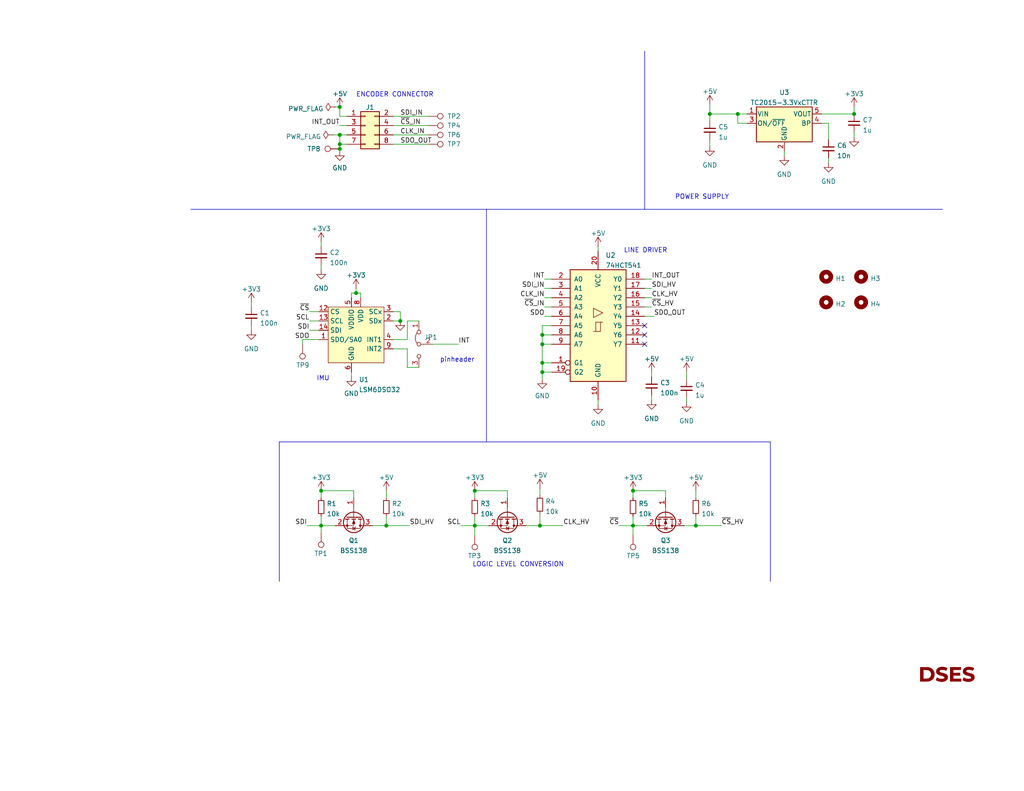
<source format=kicad_sch>
(kicad_sch (version 20230121) (generator eeschema)
  (paper "USLetter")
  (title_block (title "IMU Elevation Position Sensor") (date "2022-01-22") (rev "1") (company "Deep Space Exploration Society") (comment 1 "Designed by Hans Gaensbauer"))
  (lib_symbols
    (symbol "74xx:74HCT541" (pin_names (offset 1.016))
      (property "Reference" "U" (at -7.62 16.51 0))
      (property "Value" "74HCT541" (at -7.62 -16.51 0))
      (symbol "74HCT541_1_0"
        (polyline (pts (xy -0.635 -1.6002) (xy -0.635 0.9398) (xy 0.635 0.9398)))
        (polyline (pts (xy -1.27 -1.6002) (xy 0.635 -1.6002) (xy 0.635 0.9398) (xy 1.27 0.9398)))
        (polyline (pts (xy 1.27 3.4798) (xy -1.27 4.7498) (xy -1.27 2.2098) (xy 1.27 3.4798)) (stroke (width 0.1524)))
        (pin input inverted (at -12.7 -10.16 0) (length 5.08) (name "G1") (number "1"))
        (pin power_in line (at 0 -20.32 90) (length 5.08) (name "GND") (number "10"))
        (pin tri_state line (at 12.7 -5.08 180) (length 5.08) (name "Y7") (number "11"))
        (pin tri_state line (at 12.7 -2.54 180) (length 5.08) (name "Y6") (number "12"))
        (pin tri_state line (at 12.7 0 180) (length 5.08) (name "Y5") (number "13"))
        (pin tri_state line (at 12.7 2.54 180) (length 5.08) (name "Y4") (number "14"))
        (pin tri_state line (at 12.7 5.08 180) (length 5.08) (name "Y3") (number "15"))
        (pin tri_state line (at 12.7 7.62 180) (length 5.08) (name "Y2") (number "16"))
        (pin tri_state line (at 12.7 10.16 180) (length 5.08) (name "Y1") (number "17"))
        (pin tri_state line (at 12.7 12.7 180) (length 5.08) (name "Y0") (number "18"))
        (pin input inverted (at -12.7 -12.7 0) (length 5.08) (name "G2") (number "19"))
        (pin input line (at -12.7 12.7 0) (length 5.08) (name "A0") (number "2"))
        (pin power_in line (at 0 20.32 270) (length 5.08) (name "VCC") (number "20"))
        (pin input line (at -12.7 10.16 0) (length 5.08) (name "A1") (number "3"))
        (pin input line (at -12.7 7.62 0) (length 5.08) (name "A2") (number "4"))
        (pin input line (at -12.7 5.08 0) (length 5.08) (name "A3") (number "5"))
        (pin input line (at -12.7 2.54 0) (length 5.08) (name "A4") (number "6"))
        (pin input line (at -12.7 0 0) (length 5.08) (name "A5") (number "7"))
        (pin input line (at -12.7 -2.54 0) (length 5.08) (name "A6") (number "8"))
        (pin input line (at -12.7 -5.08 0) (length 5.08) (name "A7") (number "9"))
      )
      (symbol "74HCT541_1_1"
        (rectangle (start -7.62 15.24) (end 7.62 -15.24) (stroke (width 0.254)) (fill (type background)))
      )
    )
    (symbol "Connector:TestPoint" (pin_numbers hide) (pin_names (offset 0.762) hide)
      (property "Reference" "TP" (at 0 6.858 0))
      (property "Value" "TestPoint" (at 0 5.08 0))
      (symbol "TestPoint_0_1"
        (circle (center 0 3.302) (radius 0.762))
      )
      (symbol "TestPoint_1_1"
        (pin passive line (at 0 0 90) (length 2.54) (name "1") (number "1"))
      )
    )
    (symbol "Connector_Generic:Conn_02x04_Odd_Even" (pin_names (offset 1.016) hide)
      (property "Reference" "J" (at 1.27 5.08 0))
      (property "Value" "Conn_02x04_Odd_Even" (at 1.27 -7.62 0))
      (symbol "Conn_02x04_Odd_Even_1_1"
        (rectangle (start -1.27 -4.953) (end 0 -5.207) (stroke (width 0.1524)))
        (rectangle (start -1.27 -2.413) (end 0 -2.667) (stroke (width 0.1524)))
        (rectangle (start -1.27 0.127) (end 0 -0.127) (stroke (width 0.1524)))
        (rectangle (start -1.27 2.667) (end 0 2.413) (stroke (width 0.1524)))
        (rectangle (start -1.27 3.81) (end 3.81 -6.35) (stroke (width 0.254)) (fill (type background)))
        (rectangle (start 3.81 -4.953) (end 2.54 -5.207) (stroke (width 0.1524)))
        (rectangle (start 3.81 -2.413) (end 2.54 -2.667) (stroke (width 0.1524)))
        (rectangle (start 3.81 0.127) (end 2.54 -0.127) (stroke (width 0.1524)))
        (rectangle (start 3.81 2.667) (end 2.54 2.413) (stroke (width 0.1524)))
        (pin passive line (at -5.08 2.54 0) (length 3.81) (name "Pin_1") (number "1"))
        (pin passive line (at 7.62 2.54 180) (length 3.81) (name "Pin_2") (number "2"))
        (pin passive line (at -5.08 0 0) (length 3.81) (name "Pin_3") (number "3"))
        (pin passive line (at 7.62 0 180) (length 3.81) (name "Pin_4") (number "4"))
        (pin passive line (at -5.08 -2.54 0) (length 3.81) (name "Pin_5") (number "5"))
        (pin passive line (at 7.62 -2.54 180) (length 3.81) (name "Pin_6") (number "6"))
        (pin passive line (at -5.08 -5.08 0) (length 3.81) (name "Pin_7") (number "7"))
        (pin passive line (at 7.62 -5.08 180) (length 3.81) (name "Pin_8") (number "8"))
      )
    )
    (symbol "Device:C_Small" (pin_numbers hide) (pin_names (offset 0.254) hide)
      (property "Reference" "C" (at 0.254 1.778 0))
      (property "Value" "C_Small" (at 0.254 -2.032 0))
      (symbol "C_Small_0_1"
        (polyline (pts (xy -1.524 -0.508) (xy 1.524 -0.508)) (stroke (width 0.3302)))
        (polyline (pts (xy -1.524 0.508) (xy 1.524 0.508)) (stroke (width 0.3048)))
      )
      (symbol "C_Small_1_1"
        (pin passive line (at 0 2.54 270) (length 2.032) (name "~") (number "1"))
        (pin passive line (at 0 -2.54 90) (length 2.032) (name "~") (number "2"))
      )
    )
    (symbol "Device:R_Small" (pin_numbers hide) (pin_names (offset 0.254) hide)
      (property "Reference" "R" (at 0.762 0.508 0))
      (property "Value" "R_Small" (at 0.762 -1.016 0))
      (symbol "R_Small_0_1"
        (rectangle (start -0.762 1.778) (end 0.762 -1.778) (stroke (width 0.2032)))
      )
      (symbol "R_Small_1_1"
        (pin passive line (at 0 2.54 270) (length 0.762) (name "~") (number "1"))
        (pin passive line (at 0 -2.54 90) (length 0.762) (name "~") (number "2"))
      )
    )
    (symbol "Jumper:Jumper_3_Bridged12" (pin_names (offset 0) hide)
      (property "Reference" "JP" (at -2.54 -2.54 0))
      (property "Value" "Jumper_3_Bridged12" (at 0 2.794 0))
      (symbol "Jumper_3_Bridged12_0_0"
        (circle (center -3.302 0) (radius 0.508))
        (circle (center 0 0) (radius 0.508))
        (circle (center 3.302 0) (radius 0.508))
      )
      (symbol "Jumper_3_Bridged12_0_1"
        (arc (start -0.254 0.508) (mid -1.651 0.9912) (end -3.048 0.508))
        (polyline (pts (xy 0 -1.27) (xy 0 -0.508)))
      )
      (symbol "Jumper_3_Bridged12_1_1"
        (pin passive line (at -6.35 0 0) (length 2.54) (name "A") (number "1"))
        (pin input line (at 0 -3.81 90) (length 2.54) (name "C") (number "2"))
        (pin passive line (at 6.35 0 180) (length 2.54) (name "B") (number "3"))
      )
    )
    (symbol "Mechanical:MountingHole" (pin_names (offset 1.016))
      (property "Reference" "H" (at 0 5.08 0))
      (property "Value" "MountingHole" (at 0 3.175 0))
      (symbol "MountingHole_0_1"
        (circle (center 0 0) (radius 1.27) (stroke (width 1.27)))
      )
    )
    (symbol "Regulator_Linear:TC2015-3.3VxCTTR" (pin_names (offset 0.254))
      (property "Reference" "U" (at -6.35 5.715 0))
      (property "Value" "TC2015-3.3VxCTTR" (at 0 5.715 0))
      (symbol "TC2015-3.3VxCTTR_0_1"
        (rectangle (start -7.62 -5.08) (end 7.62 4.445) (stroke (width 0.254)) (fill (type background)))
      )
      (symbol "TC2015-3.3VxCTTR_1_1"
        (pin power_in line (at -10.16 2.54 0) (length 2.54) (name "VIN") (number "1"))
        (pin power_in line (at 0 -7.62 90) (length 2.54) (name "GND") (number "2"))
        (pin input line (at -10.16 0 0) (length 2.54) (name "ON/~{OFF}") (number "3"))
        (pin input line (at 10.16 0 180) (length 2.54) (name "BP") (number "4"))
        (pin power_out line (at 10.16 2.54 180) (length 2.54) (name "VOUT") (number "5"))
      )
    )
    (symbol "Transistor_FET:BSS138" (pin_names hide)
      (property "Reference" "Q" (at 5.08 1.905 0))
      (property "Value" "BSS138" (at 5.08 0 0))
      (symbol "BSS138_0_1"
        (polyline (pts (xy 0.254 0) (xy -2.54 0)))
        (polyline (pts (xy 0.254 1.905) (xy 0.254 -1.905)) (stroke (width 0.254)))
        (polyline (pts (xy 0.762 -1.27) (xy 0.762 -2.286)) (stroke (width 0.254)))
        (polyline (pts (xy 0.762 0.508) (xy 0.762 -0.508)) (stroke (width 0.254)))
        (polyline (pts (xy 0.762 2.286) (xy 0.762 1.27)) (stroke (width 0.254)))
        (polyline (pts (xy 2.54 2.54) (xy 2.54 1.778)))
        (polyline (pts (xy 2.54 -2.54) (xy 2.54 0) (xy 0.762 0)))
        (polyline (pts (xy 0.762 -1.778) (xy 3.302 -1.778) (xy 3.302 1.778) (xy 0.762 1.778)))
        (polyline (pts (xy 1.016 0) (xy 2.032 0.381) (xy 2.032 -0.381) (xy 1.016 0)) (fill (type outline)))
        (polyline (pts (xy 2.794 0.508) (xy 2.921 0.381) (xy 3.683 0.381) (xy 3.81 0.254)))
        (polyline (pts (xy 3.302 0.381) (xy 2.921 -0.254) (xy 3.683 -0.254) (xy 3.302 0.381)))
        (circle (center 1.651 0) (radius 2.794) (stroke (width 0.254)))
        (circle (center 2.54 -1.778) (radius 0.254) (fill (type outline)))
        (circle (center 2.54 1.778) (radius 0.254) (fill (type outline)))
      )
      (symbol "BSS138_1_1"
        (pin input line (at -5.08 0 0) (length 2.54) (name "G") (number "1"))
        (pin passive line (at 2.54 -5.08 90) (length 2.54) (name "S") (number "2"))
        (pin passive line (at 2.54 5.08 270) (length 2.54) (name "D") (number "3"))
      )
    )
    (symbol "interferometer:DSES-Logo" (pin_names (offset 1.016))
      (symbol "DSES-Logo_0_0"
        (polyline (pts (xy 3.7893 -1.5428) (xy 3.802 -1.1745) (xy 2.7371 -1.1857) (xy 1.6721 -1.1969) (xy 1.6721 -0.2787) (xy 3.5034 -0.2787) (xy 3.5034 0.418) (xy 2.5878 0.4038) (xy 1.6721 0.3896) (xy 1.6721 1.2739) (xy 3.6917 1.2739) (xy 3.717 1.4587) (xy 3.7214 1.4936) (xy 3.7363 1.6611) (xy 3.7423 1.817) (xy 3.7423 1.9906) (xy 0.7962 1.9906) (xy 0.7962 -1.911) (xy 3.7767 -1.911) (xy 3.7893 -1.5428)) (stroke (width 0.01)) (fill (type outline)))
        (polyline (pts (xy -6.3401 -1.9103) (xy -6.1675 -1.9099) (xy -5.8262 -1.9065) (xy -5.5516 -1.8993) (xy -5.335 -1.888) (xy -5.1673 -1.8721) (xy -5.0397 -1.8513) (xy -4.6543 -1.7352) (xy -4.3097 -1.5595) (xy -4.0174 -1.3309) (xy -3.7821 -1.0549) (xy -3.6082 -0.737) (xy -3.5006 -0.3826) (xy -3.4636 0.0029) (xy -3.4636 0.0062) (xy -3.4993 0.4174) (xy -3.6032 0.7894) (xy -3.7722 1.1185) (xy -4.0034 1.4008) (xy -4.2937 1.6328) (xy -4.6402 1.8107) (xy -5.0397 1.9309) (xy -5.0911 1.9406) (xy -5.2352 1.9592) (xy -5.4232 1.973) (xy -5.6641 1.9825) (xy -5.9667 1.9879) (xy -6.3401 1.9899) (xy -7.3652 1.9906) (xy -7.3652 -1.1614) (xy -6.4894 -1.1614) (xy -6.4894 1.2597) (xy -6.141 1.2464) (xy -6.0194 1.2418) (xy -5.7495 1.231) (xy -5.5432 1.2213) (xy -5.3889 1.2111) (xy -5.2749 1.1991) (xy -5.1897 1.1836) (xy -5.1217 1.1634) (xy -5.0593 1.137) (xy -4.9909 1.1029) (xy -4.9015 1.0525) (xy -4.6757 0.8687) (xy -4.5122 0.6366) (xy -4.4128 0.3592) (xy -4.3793 0.0398) (xy -4.3826 -0.0642) (xy -4.437 -0.3716) (xy -4.5574 -0.6359) (xy -4.7425 -0.8549) (xy -4.9909 -1.0263) (xy -5.0354 -1.0491) (xy -5.1117 -1.0832) (xy -5.1908 -1.1074) (xy -5.2881 -1.1237) (xy -5.4189 -1.1344) (xy -5.5985 -1.1416) (xy -5.8424 -1.1475) (xy -6.4894 -1.1614) (xy -7.3652 -1.1614) (xy -7.3652 -1.911) (xy -6.3401 -1.9103)) (stroke (width 0.01)) (fill (type outline)))
        (polyline (pts (xy -1.2796 -1.9625) (xy -1.0198 -1.9362) (xy -0.8056 -1.8947) (xy -0.605 -1.8237) (xy -0.3599 -1.689) (xy -0.1484 -1.5187) (xy 0.0141 -1.3255) (xy 0.1124 -1.1225) (xy 0.1464 -0.9547) (xy 0.157 -0.7308) (xy 0.1357 -0.5143) (xy 0.0838 -0.3384) (xy 0.0763 -0.3226) (xy -0.0168 -0.1706) (xy -0.1429 -0.04) (xy -0.3114 0.0745) (xy -0.5316 0.1783) (xy -0.8126 0.2766) (xy -1.1639 0.3747) (xy -1.3013 0.4103) (xy -1.5635 0.4821) (xy -1.7606 0.5447) (xy -1.9018 0.6032) (xy -1.9959 0.6627) (xy -2.052 0.7283) (xy -2.0791 0.8052) (xy -2.0862 0.8984) (xy -2.0855 0.9188) (xy -2.0385 1.0671) (xy -1.9263 1.1914) (xy -1.7616 1.2772) (xy -1.7506 1.2806) (xy -1.6275 1.3002) (xy -1.45 1.309) (xy -1.24 1.3057) (xy -1.1167 1.2988) (xy -0.9226 1.2773) (xy -0.7599 1.2399) (xy -0.5972 1.1804) (xy -0.5917 1.1781) (xy -0.4587 1.1234) (xy -0.3547 1.0823) (xy -0.302 1.0635) (xy -0.2922 1.068) (xy -0.2518 1.1243) (xy -0.1949 1.2314) (xy -0.1304 1.3732) (xy 0.0048 1.6913) (xy -0.0812 1.7609) (xy -0.1563 1.8051) (xy -0.2838 1.8607) (xy -0.4319 1.9128) (xy -0.5184 1.9384) (xy -0.9298 2.0262) (xy -1.331 2.058) (xy -1.7114 2.035) (xy -2.0609 1.9584) (xy -2.369 1.8295) (xy -2.6253 1.6495) (xy -2.8006 1.4535) (xy -2.921 1.2152) (xy -2.9757 0.9367) (xy -2.9806 0.8446) (xy -2.9634 0.6016) (xy -2.8957 0.3918) (xy -2.7728 0.2107) (xy -2.5899 0.0536) (xy -2.342 -0.0838) (xy -2.0244 -0.2061) (xy -1.6323 -0.3179) (xy -1.3672 -0.3876) (xy -1.1239 -0.4628) (xy -0.9457 -0.5355) (xy -0.825 -0.6106) (xy -0.7546 -0.6929) (xy -0.7268 -0.7872) (xy -0.7344 -0.8984) (xy -0.7618 -0.9898) (xy -0.8369 -1.0931) (xy -0.962 -1.1642) (xy -1.1461 -1.2076) (xy -1.3984 -1.2278) (xy -1.5817 -1.2295) (xy -1.9168 -1.1991) (xy -2.2232 -1.1189) (xy -2.5274 -0.9831) (xy -2.7721 -0.8531) (xy -2.9089 -1.1686) (xy -2.9339 -1.2264) (xy -2.9932 -1.3636) (xy -3.0368 -1.465) (xy -3.0568 -1.5122) (xy -3.0573 -1.5142) (xy -3.0259 -1.5508) (xy -2.9391 -1.6066) (xy -2.8145 -1.673) (xy -2.6694 -1.7412) (xy -2.5211 -1.8025) (xy -2.3872 -1.8481) (xy -2.3004 -1.8714) (xy -2.1091 -1.9153) (xy -1.9293 -1.949) (xy -1.8041 -1.9633) (xy -1.552 -1.9721) (xy -1.2796 -1.9625)) (stroke (width 0.01)) (fill (type outline)))
        (polyline (pts (xy 6.006 -1.9625) (xy 6.2657 -1.9362) (xy 6.4799 -1.8947) (xy 6.6806 -1.8237) (xy 6.9257 -1.689) (xy 7.1372 -1.5187) (xy 7.2997 -1.3255) (xy 7.398 -1.1225) (xy 7.432 -0.9547) (xy 7.4426 -0.7308) (xy 7.4213 -0.5143) (xy 7.3693 -0.3384) (xy 7.3618 -0.3226) (xy 7.2688 -0.1706) (xy 7.1427 -0.04) (xy 6.9742 0.0745) (xy 6.754 0.1783) (xy 6.4729 0.2766) (xy 6.1217 0.3747) (xy 5.9842 0.4103) (xy 5.7221 0.4821) (xy 5.525 0.5447) (xy 5.3838 0.6032) (xy 5.2897 0.6627) (xy 5.2335 0.7283) (xy 5.2065 0.8052) (xy 5.1994 0.8984) (xy 5.2001 0.9188) (xy 5.2471 1.0671) (xy 5.3592 1.1914) (xy 5.524 1.2772) (xy 5.535 1.2806) (xy 5.6581 1.3002) (xy 5.8356 1.309) (xy 6.0456 1.3057) (xy 6.1689 1.2988) (xy 6.363 1.2773) (xy 6.5256 1.2399) (xy 6.6884 1.1804) (xy 6.6938 1.1781) (xy 6.8269 1.1234) (xy 6.9309 1.0823) (xy 6.9836 1.0635) (xy 6.9934 1.068) (xy 7.0338 1.1243) (xy 7.0907 1.2314) (xy 7.1552 1.3732) (xy 7.2904 1.6913) (xy 7.2044 1.7609) (xy 7.1293 1.8051) (xy 7.0017 1.8607) (xy 6.8537 1.9128) (xy 6.7671 1.9384) (xy 6.3557 2.0262) (xy 5.9546 2.058) (xy 5.5742 2.035) (xy 5.2247 1.9584) (xy 4.9166 1.8295) (xy 4.6603 1.6495) (xy 4.485 1.4535) (xy 4.3646 1.2152) (xy 4.3099 0.9367) (xy 4.305 0.8446) (xy 4.3222 0.6016) (xy 4.3899 0.3918) (xy 4.5127 0.2107) (xy 4.6957 0.0536) (xy 4.9435 -0.0838) (xy 5.2611 -0.2061) (xy 5.6533 -0.3179) (xy 5.9184 -0.3876) (xy 6.1617 -0.4628) (xy 6.3399 -0.5355) (xy 6.4605 -0.6106) (xy 6.531 -0.6929) (xy 6.5588 -0.7872) (xy 6.5512 -0.8984) (xy 6.5238 -0.9898) (xy 6.4487 -1.0931) (xy 6.3236 -1.1642) (xy 6.1395 -1.2076) (xy 5.8872 -1.2278) (xy 5.7039 -1.2295) (xy 5.3688 -1.1991) (xy 5.0623 -1.1189) (xy 4.7582 -0.9831) (xy 4.5135 -0.8531) (xy 4.3767 -1.1686) (xy 4.3517 -1.2264) (xy 4.2924 -1.3636) (xy 4.2487 -1.465) (xy 4.2288 -1.5122) (xy 4.2283 -1.5142) (xy 4.2597 -1.5508) (xy 4.3465 -1.6066) (xy 4.4711 -1.673) (xy 4.6162 -1.7412) (xy 4.7645 -1.8025) (xy 4.8984 -1.8481) (xy 4.9852 -1.8714) (xy 5.1765 -1.9153) (xy 5.3562 -1.949) (xy 5.4815 -1.9633) (xy 5.7336 -1.9721) (xy 6.006 -1.9625)) (stroke (width 0.01)) (fill (type outline)))
      )
    )
    (symbol "interferometer:LSM6DSO32"
      (property "Reference" "U" (at -5.08 1.27 0))
      (property "Value" "LSM6DSO32" (at -1.27 5.08 0))
      (symbol "LSM6DSO32_0_1"
        (rectangle (start -6.35 -5.08) (end 8.89 -20.32) (stroke (width 0.1524)) (fill (type background)))
      )
      (symbol "LSM6DSO32_1_1"
        (pin bidirectional line (at -8.89 -13.97 0) (length 2.54) (name "SDO/SA0") (number "1"))
        (pin no_connect line (at 1.27 -16.51 0) (length 0) hide (name "NC") (number "10"))
        (pin no_connect line (at 1.27 -17.78 0) (length 0) hide (name "NC") (number "11"))
        (pin input line (at -8.89 -6.35 0) (length 2.54) (name "CS") (number "12"))
        (pin input line (at -8.89 -8.89 0) (length 2.54) (name "SCL") (number "13"))
        (pin input line (at -8.89 -11.43 0) (length 2.54) (name "SDI") (number "14"))
        (pin input line (at 11.43 -8.89 180) (length 2.54) (name "SDx") (number "2"))
        (pin input line (at 11.43 -6.35 180) (length 2.54) (name "SCx") (number "3"))
        (pin output line (at 11.43 -13.97 180) (length 2.54) (name "INT1") (number "4"))
        (pin power_in line (at 0 -2.54 270) (length 2.54) (name "VDDIO") (number "5"))
        (pin power_in line (at 0 -22.86 90) (length 2.54) (name "GND") (number "6"))
        (pin power_in line (at 0 -22.86 180) (length 0) hide (name "GND") (number "7"))
        (pin power_in line (at 2.54 -2.54 270) (length 2.54) (name "VDD") (number "8"))
        (pin output line (at 11.43 -16.51 180) (length 2.54) (name "INT2") (number "9"))
      )
    )
    (symbol "power:+3.3V" (power) (pin_names (offset 0))
      (property "Value" "+3.3V" (at 0 3.556 0))
      (symbol "+3.3V_0_1"
        (polyline (pts (xy -0.762 1.27) (xy 0 2.54)))
        (polyline (pts (xy 0 0) (xy 0 2.54)))
        (polyline (pts (xy 0 2.54) (xy 0.762 1.27)))
      )
      (symbol "+3.3V_1_1"
        (pin power_in line (at 0 0 90) (length 0) hide (name "+3V3") (number "1"))
      )
    )
    (symbol "power:+5V" (power) (pin_names (offset 0))
      (property "Value" "+5V" (at 0 3.556 0))
      (symbol "+5V_0_1"
        (polyline (pts (xy -0.762 1.27) (xy 0 2.54)))
        (polyline (pts (xy 0 0) (xy 0 2.54)))
        (polyline (pts (xy 0 2.54) (xy 0.762 1.27)))
      )
      (symbol "+5V_1_1"
        (pin power_in line (at 0 0 90) (length 0) hide (name "+5V") (number "1"))
      )
    )
    (symbol "power:GND" (power) (pin_names (offset 0))
      (property "Value" "GND" (at 0 -3.81 0))
      (symbol "GND_0_1"
        (polyline (pts (xy 0 0) (xy 0 -1.27) (xy 1.27 -1.27) (xy 0 -2.54) (xy -1.27 -1.27) (xy 0 -1.27)))
      )
      (symbol "GND_1_1"
        (pin power_in line (at 0 0 270) (length 0) hide (name "GND") (number "1"))
      )
    )
    (symbol "power:PWR_FLAG" (power) (pin_numbers hide) (pin_names (offset 0) hide)
      (property "Value" "PWR_FLAG" (at 0 3.81 0))
      (symbol "PWR_FLAG_0_0"
        (pin power_out line (at 0 0 90) (length 0) (name "pwr") (number "1"))
      )
      (symbol "PWR_FLAG_0_1"
        (polyline (pts (xy 0 0) (xy 0 1.27) (xy -1.016 1.905) (xy 0 2.54) (xy 1.016 1.905) (xy 0 1.27)))
      )
    )
  )
  (junction (at 147.32 143.51))
  (junction (at 147.955 101.6))
  (junction (at 147.955 91.44))
  (junction (at 97.155 80.01))
  (junction (at 193.675 31.115))
  (junction (at 172.72 143.51))
  (junction (at 92.71 29.21))
  (junction (at 87.63 133.985))
  (junction (at 189.865 143.51))
  (junction (at 129.54 133.985))
  (junction (at 105.41 143.51))
  (junction (at 147.955 99.06))
  (junction (at 92.71 36.83))
  (junction (at 129.54 143.51))
  (junction (at 92.71 39.37))
  (junction (at 233.045 31.115))
  (junction (at 147.955 93.98))
  (junction (at 92.71 40.64))
  (junction (at 87.63 143.51))
  (junction (at 172.72 133.985))
  (junction (at 201.295 31.115))
  (junction (at 109.22 87.63))
  (no_connect (at 175.895 91.44))
  (no_connect (at 175.895 88.9))
  (no_connect (at 175.895 93.98))
  (wire (pts (xy 201.295 31.115) (xy 201.295 33.655)))
  (wire (pts (xy 175.895 86.36) (xy 178.435 86.36)))
  (wire (pts (xy 92.71 31.75) (xy 94.615 31.75)))
  (wire (pts (xy 177.8 101.6) (xy 177.8 102.87)))
  (wire (pts (xy 96.52 133.985) (xy 96.52 135.89)))
  (wire (pts (xy 147.32 143.51) (xy 153.67 143.51)))
  (wire (pts (xy 68.58 88.9) (xy 68.58 90.17)))
  (wire (pts (xy 111.125 87.63) (xy 111.125 92.71)))
  (wire (pts (xy 109.22 87.63) (xy 107.315 87.63)))
  (wire (pts (xy 147.955 99.06) (xy 147.955 101.6)))
  (wire (pts (xy 107.315 34.29) (xy 116.84 34.29)))
  (wire (pts (xy 105.41 143.51) (xy 105.41 140.97)))
  (wire (pts (xy 193.675 28.575) (xy 193.675 31.115)))
  (wire (pts (xy 83.82 143.51) (xy 87.63 143.51)))
  (wire (pts (xy 129.54 133.985) (xy 129.54 135.89)))
  (wire (pts (xy 87.63 133.985) (xy 96.52 133.985)))
  (wire (pts (xy 175.895 76.2) (xy 177.8 76.2)))
  (wire (pts (xy 147.955 91.44) (xy 150.495 91.44)))
  (wire (pts (xy 175.895 83.82) (xy 177.8 83.82)))
  (polyline (pts (xy 210.185 120.65) (xy 210.185 158.75)))
  (wire (pts (xy 201.295 31.115) (xy 203.835 31.115)))
  (wire (pts (xy 147.955 88.9) (xy 150.495 88.9)))
  (wire (pts (xy 92.71 39.37) (xy 94.615 39.37)))
  (wire (pts (xy 148.59 78.74) (xy 150.495 78.74)))
  (wire (pts (xy 147.955 91.44) (xy 147.955 93.98)))
  (wire (pts (xy 109.22 85.09) (xy 109.22 87.63)))
  (wire (pts (xy 95.885 80.01) (xy 95.885 81.28)))
  (wire (pts (xy 163.195 67.31) (xy 163.195 68.58)))
  (wire (pts (xy 68.58 82.55) (xy 68.58 83.82)))
  (wire (pts (xy 138.43 133.985) (xy 138.43 135.89)))
  (wire (pts (xy 107.315 39.37) (xy 116.84 39.37)))
  (wire (pts (xy 147.955 88.9) (xy 147.955 91.44)))
  (wire (pts (xy 111.125 95.25) (xy 111.125 100.33)))
  (wire (pts (xy 176.53 143.51) (xy 172.72 143.51)))
  (wire (pts (xy 118.11 93.98) (xy 125.095 93.98)))
  (wire (pts (xy 187.325 108.585) (xy 187.325 109.855)))
  (wire (pts (xy 181.61 133.985) (xy 181.61 135.89)))
  (wire (pts (xy 168.91 143.51) (xy 172.72 143.51)))
  (wire (pts (xy 177.8 107.95) (xy 177.8 109.22)))
  (wire (pts (xy 101.6 143.51) (xy 105.41 143.51)))
  (wire (pts (xy 92.71 36.83) (xy 92.71 39.37)))
  (wire (pts (xy 84.455 85.09) (xy 86.995 85.09)))
  (wire (pts (xy 90.805 36.83) (xy 92.71 36.83)))
  (polyline (pts (xy 132.715 120.65) (xy 132.715 57.15)))
  (wire (pts (xy 92.71 29.21) (xy 92.71 31.75)))
  (wire (pts (xy 82.55 92.71) (xy 82.55 93.98)))
  (wire (pts (xy 189.865 143.51) (xy 196.85 143.51)))
  (wire (pts (xy 186.69 143.51) (xy 189.865 143.51)))
  (wire (pts (xy 107.315 95.25) (xy 111.125 95.25)))
  (wire (pts (xy 187.325 101.6) (xy 187.325 103.505)))
  (wire (pts (xy 226.06 43.18) (xy 226.06 44.45)))
  (wire (pts (xy 129.54 133.985) (xy 138.43 133.985)))
  (wire (pts (xy 114.3 87.63) (xy 111.125 87.63)))
  (wire (pts (xy 91.44 143.51) (xy 87.63 143.51)))
  (polyline (pts (xy 76.2 158.75) (xy 76.2 120.65)))
  (wire (pts (xy 147.955 93.98) (xy 150.495 93.98)))
  (wire (pts (xy 148.59 83.82) (xy 150.495 83.82)))
  (wire (pts (xy 193.675 38.1) (xy 193.675 40.005)))
  (wire (pts (xy 193.675 31.115) (xy 193.675 33.02)))
  (wire (pts (xy 87.63 72.39) (xy 87.63 73.66)))
  (wire (pts (xy 143.51 143.51) (xy 147.32 143.51)))
  (wire (pts (xy 87.63 145.415) (xy 87.63 143.51)))
  (wire (pts (xy 147.955 101.6) (xy 147.955 103.505)))
  (wire (pts (xy 193.675 31.115) (xy 201.295 31.115)))
  (wire (pts (xy 175.895 81.28) (xy 177.8 81.28)))
  (wire (pts (xy 148.59 81.28) (xy 150.495 81.28)))
  (wire (pts (xy 107.315 36.83) (xy 116.84 36.83)))
  (wire (pts (xy 107.315 31.75) (xy 116.84 31.75)))
  (wire (pts (xy 97.155 80.01) (xy 98.425 80.01)))
  (wire (pts (xy 105.41 133.985) (xy 105.41 135.89)))
  (wire (pts (xy 233.045 36.195) (xy 233.045 37.465)))
  (wire (pts (xy 226.06 33.655) (xy 226.06 38.1)))
  (wire (pts (xy 129.54 143.51) (xy 129.54 140.97)))
  (polyline (pts (xy 132.715 57.15) (xy 257.175 57.15)))
  (wire (pts (xy 92.71 41.275) (xy 92.71 40.64)))
  (wire (pts (xy 148.59 86.36) (xy 150.495 86.36)))
  (wire (pts (xy 91.44 29.21) (xy 92.71 29.21)))
  (wire (pts (xy 189.865 143.51) (xy 189.865 140.97)))
  (wire (pts (xy 98.425 80.01) (xy 98.425 81.28)))
  (polyline (pts (xy 175.895 57.15) (xy 175.895 13.97)))
  (wire (pts (xy 148.59 76.2) (xy 150.495 76.2)))
  (wire (pts (xy 97.155 78.74) (xy 97.155 80.01)))
  (wire (pts (xy 172.72 143.51) (xy 172.72 140.97)))
  (wire (pts (xy 147.32 133.35) (xy 147.32 135.255)))
  (wire (pts (xy 97.155 80.01) (xy 95.885 80.01)))
  (wire (pts (xy 150.495 99.06) (xy 147.955 99.06)))
  (wire (pts (xy 147.955 101.6) (xy 150.495 101.6)))
  (wire (pts (xy 111.125 100.33) (xy 114.3 100.33)))
  (wire (pts (xy 175.895 78.74) (xy 177.8 78.74)))
  (wire (pts (xy 84.455 90.17) (xy 86.995 90.17)))
  (wire (pts (xy 224.155 33.655) (xy 226.06 33.655)))
  (wire (pts (xy 87.63 133.985) (xy 87.63 135.89)))
  (wire (pts (xy 163.195 109.22) (xy 163.195 110.49)))
  (wire (pts (xy 125.73 143.51) (xy 129.54 143.51)))
  (wire (pts (xy 213.995 41.275) (xy 213.995 42.545)))
  (wire (pts (xy 172.72 133.985) (xy 172.72 135.89)))
  (wire (pts (xy 92.71 34.29) (xy 94.615 34.29)))
  (wire (pts (xy 84.455 87.63) (xy 86.995 87.63)))
  (wire (pts (xy 147.955 93.98) (xy 147.955 99.06)))
  (wire (pts (xy 189.865 133.985) (xy 189.865 135.89)))
  (wire (pts (xy 224.155 31.115) (xy 233.045 31.115)))
  (wire (pts (xy 201.295 33.655) (xy 203.835 33.655)))
  (wire (pts (xy 172.72 133.985) (xy 181.61 133.985)))
  (wire (pts (xy 87.63 66.04) (xy 87.63 67.31)))
  (wire (pts (xy 87.63 143.51) (xy 87.63 140.97)))
  (wire (pts (xy 107.315 85.09) (xy 109.22 85.09)))
  (polyline (pts (xy 76.2 120.65) (xy 210.185 120.65)))
  (wire (pts (xy 92.71 40.64) (xy 92.71 39.37)))
  (wire (pts (xy 147.32 140.335) (xy 147.32 143.51)))
  (polyline (pts (xy 52.07 57.15) (xy 132.715 57.15)))
  (wire (pts (xy 105.41 143.51) (xy 111.76 143.51)))
  (wire (pts (xy 172.72 143.51) (xy 172.72 146.05)))
  (wire (pts (xy 111.125 92.71) (xy 107.315 92.71)))
  (wire (pts (xy 233.045 29.21) (xy 233.045 31.115)))
  (wire (pts (xy 133.35 143.51) (xy 129.54 143.51)))
  (wire (pts (xy 129.54 143.51) (xy 129.54 146.05)))
  (wire (pts (xy 82.55 92.71) (xy 86.995 92.71)))
  (wire (pts (xy 95.885 101.6) (xy 95.885 102.87)))
  (wire (pts (xy 92.71 36.83) (xy 94.615 36.83)))
  (text "IMU" (at 86.36 104.14 0) (effects (font (size 1.27 1.27)) (justify left bottom)))
  (text "POWER SUPPLY" (at 184.15 54.61 0) (effects (font (size 1.27 1.27)) (justify left bottom)))
  (text "LINE DRIVER" (at 170.18 69.215 0) (effects (font (size 1.27 1.27)) (justify left bottom)))
  (text "pinheader" (at 120.015 99.06 0) (effects (font (size 1.27 1.27)) (justify left bottom)))
  (text "LOGIC LEVEL CONVERSION" (at 128.905 154.94 0) (effects (font (size 1.27 1.27)) (justify left bottom)))
  (text "ENCODER CONNECTOR" (at 97.155 26.67 0) (effects (font (size 1.27 1.27)) (justify left bottom)))
  (label "CLK_IN" (at 109.22 36.83 0))
  (label "SCL" (at 125.73 143.51 180))
  (label "SDI" (at 83.82 143.51 180))
  (label "CLK_HV" (at 177.8 81.28 0))
  (label "SDO_OUT" (at 109.22 39.37 0))
  (label "INT" (at 125.095 93.98 0))
  (label "SDO" (at 148.59 86.36 180))
  (label "SCL" (at 84.455 87.63 180))
  (label "INT_OUT" (at 177.8 76.2 0))
  (label "SDO" (at 84.455 92.71 180))
  (label "INT" (at 148.59 76.2 180))
  (label "SDI_HV" (at 177.8 78.74 0))
  (label "~{CS}" (at 168.91 143.51 180))
  (label "CLK_IN" (at 148.59 81.28 180))
  (label "INT_OUT" (at 92.71 34.29 180))
  (label "CLK_HV" (at 153.67 143.51 0))
  (label "~{CS}_IN" (at 109.22 34.29 0))
  (label "SDI" (at 84.455 90.17 180))
  (label "~{CS}_HV" (at 196.85 143.51 0))
  (label "~{CS}_IN" (at 148.59 83.82 180))
  (label "SDI_IN" (at 109.22 31.75 0))
  (label "SDI_HV" (at 111.76 143.51 0))
  (label "SDI_IN" (at 148.59 78.74 180))
  (label "SDO_OUT" (at 178.435 86.36 0))
  (label "~{CS}" (at 84.455 85.09 180))
  (label "~{CS}_HV" (at 177.8 83.82 0))
  (symbol (lib_id "Connector:TestPoint") (at 116.84 34.29 270) (unit 1)
    (property "Reference" "TP4" (at 125.73 34.29 90) (effects (justify right)))
    (property "Value" "TestPoint" (effects hide))
    (property "Footprint" "TestPoint:TestPoint_THTPad_D1.0mm_Drill0.5mm" (effects hide))
  )
  (symbol (lib_id "Device:C_Small") (at 68.58 86.36 0) (unit 1)
    (property "Reference" "C1" (at 70.9041 85.4578 0) (effects (justify left)))
    (property "Value" "100n" (at 70.9041 88.2329 0) (effects (justify left)))
    (property "Footprint" "Capacitor_SMD:C_1206_3216Metric" (effects hide))
  )
  (symbol (lib_id "Device:R_Small") (at 172.72 138.43 0) (unit 1)
    (property "Reference" "R5" (at 174.2186 137.5215 0) (effects (justify left)))
    (property "Value" "10k" (at 174.2186 140.2966 0) (effects (justify left)))
    (property "Footprint" "Resistor_SMD:R_0603_1608Metric" (effects hide))
  )
  (symbol (lib_id "Connector:TestPoint") (at 116.84 39.37 270) (unit 1)
    (property "Reference" "TP7" (at 125.73 39.37 90) (effects (justify right)))
    (property "Value" "TestPoint" (effects hide))
    (property "Footprint" "TestPoint:TestPoint_THTPad_D1.0mm_Drill0.5mm" (effects hide))
  )
  (symbol (lib_id "Connector:TestPoint") (at 116.84 36.83 270) (unit 1)
    (property "Reference" "TP6" (at 125.73 36.83 90) (effects (justify right)))
    (property "Value" "TestPoint" (effects hide))
    (property "Footprint" "TestPoint:TestPoint_THTPad_D1.0mm_Drill0.5mm" (effects hide))
  )
  (symbol (lib_id "Transistor_FET:BSS138") (at 181.61 140.97 270) (unit 1)
    (property "Reference" "Q3" (at 181.61 147.5645 90))
    (property "Value" "BSS138" (at 181.61 150.3396 90))
    (property "Footprint" "Package_TO_SOT_SMD:SOT-323_SC-70" (effects hide))
    (property "Datasheet" "https://www.onsemi.com/pub/Collateral/BSS138-D.PDF" (effects hide))
  )
  (symbol (lib_id "Device:C_Small") (at 177.8 105.41 0) (unit 1)
    (property "Reference" "C3" (at 180.1241 104.5078 0) (effects (justify left)))
    (property "Value" "100n" (at 180.1241 107.2829 0) (effects (justify left)))
    (property "Footprint" "Capacitor_SMD:C_1206_3216Metric" (effects hide))
  )
  (symbol (lib_id "power:GND") (at 92.71 41.275 0) (unit 1)
    (property "Reference" "#PWR011" (effects hide))
    (property "Value" "GND" (at 92.71 45.8375 0))
  )
  (symbol (lib_id "Regulator_Linear:TC2015-3.3VxCTTR") (at 213.995 33.655 0) (unit 1)
    (property "Reference" "U3" (at 213.995 25.2435 0))
    (property "Value" "TC2015-3.3VxCTTR" (at 213.995 28.0186 0))
    (property "Footprint" "Package_TO_SOT_SMD:SOT-23-5" (effects hide))
    (property "Datasheet" "http://ww1.microchip.com/downloads/en/DeviceDoc/21662F.pdf" (effects hide))
  )
  (symbol (lib_id "power:+5V") (at 147.32 133.35 0) (unit 1)
    (property "Reference" "#PWR014" (effects hide))
    (property "Value" "+5V" (at 147.32 129.7455 0))
  )
  (symbol (lib_id "Connector:TestPoint") (at 172.72 146.05 0) (mirror x) (unit 1)
    (property "Reference" "TP5" (at 174.625 151.765 0) (effects (justify right)))
    (property "Value" "TestPoint" (effects hide))
    (property "Footprint" "TestPoint:TestPoint_THTPad_D1.0mm_Drill0.5mm" (effects hide))
  )
  (symbol (lib_id "Device:R_Small") (at 147.32 137.795 0) (unit 1)
    (property "Reference" "R4" (at 148.8186 136.8865 0) (effects (justify left)))
    (property "Value" "10k" (at 148.8186 139.6616 0) (effects (justify left)))
    (property "Footprint" "Resistor_SMD:R_0603_1608Metric" (effects hide))
  )
  (symbol (lib_id "power:+3.3V") (at 68.58 82.55 0) (unit 1)
    (property "Reference" "#PWR01" (effects hide))
    (property "Value" "+3.3V" (at 68.58 78.9455 0))
  )
  (symbol (lib_id "Transistor_FET:BSS138") (at 96.52 140.97 270) (unit 1)
    (property "Reference" "Q1" (at 96.52 147.5645 90))
    (property "Value" "BSS138" (at 96.52 150.3396 90))
    (property "Footprint" "Package_TO_SOT_SMD:SOT-323_SC-70" (effects hide))
    (property "Datasheet" "https://www.onsemi.com/pub/Collateral/BSS138-D.PDF" (effects hide))
  )
  (symbol (lib_id "power:+3.3V") (at 129.54 133.985 0) (unit 1)
    (property "Reference" "#PWR013" (effects hide))
    (property "Value" "+3.3V" (at 129.54 130.3805 0))
  )
  (symbol (lib_id "power:GND") (at 68.58 90.17 0) (unit 1)
    (property "Reference" "#PWR02" (effects hide))
    (property "Value" "GND" (at 68.58 95.25 0))
  )
  (symbol (lib_id "power:GND") (at 177.8 109.22 0) (unit 1)
    (property "Reference" "#PWR020" (effects hide))
    (property "Value" "GND" (at 177.8 114.3 0))
  )
  (symbol (lib_id "Connector:TestPoint") (at 116.84 31.75 270) (unit 1)
    (property "Reference" "TP2" (at 125.73 31.75 90) (effects (justify right)))
    (property "Value" "TestPoint" (effects hide))
    (property "Footprint" "TestPoint:TestPoint_THTPad_D1.0mm_Drill0.5mm" (effects hide))
  )
  (symbol (lib_id "power:GND") (at 213.995 42.545 0) (unit 1)
    (property "Reference" "#PWR026" (effects hide))
    (property "Value" "GND" (at 213.995 47.625 0))
  )
  (symbol (lib_id "Mechanical:MountingHole") (at 234.95 82.55 0) (unit 1)
    (property "Reference" "H4" (at 237.49 83.029 0) (effects (justify left)))
    (property "Value" "MountingHole" (effects hide))
    (property "Footprint" "MountingHole:MountingHole_3.2mm_M3" (effects hide))
  )
  (symbol (lib_id "Mechanical:MountingHole") (at 234.95 75.565 0) (unit 1)
    (property "Reference" "H3" (at 237.49 76.044 0) (effects (justify left)))
    (property "Value" "MountingHole" (effects hide))
    (property "Footprint" "MountingHole:MountingHole_3.2mm_M3" (effects hide))
  )
  (symbol (lib_id "Connector:TestPoint") (at 82.55 93.98 0) (mirror x) (unit 1)
    (property "Reference" "TP9" (at 84.455 99.695 0) (effects (justify right)))
    (property "Value" "TestPoint" (effects hide))
    (property "Footprint" "TestPoint:TestPoint_THTPad_D1.0mm_Drill0.5mm" (effects hide))
  )
  (symbol (lib_id "interferometer:LSM6DSO32") (at 95.885 78.74 0) (unit 1)
    (property "Reference" "U1" (at 97.9044 103.6225 0) (effects (justify left)))
    (property "Value" "LSM6DSO32" (at 97.9044 106.3976 0) (effects (justify left)))
    (property "Footprint" "Package_LGA:Bosch_LGA-14_3x2.5mm_P0.5mm" (effects hide))
    (property "Datasheet" "https://www.st.com/resource/en/datasheet/lsm6dso32.pdf" (effects hide))
  )
  (symbol (lib_id "power:GND") (at 87.63 73.66 0) (unit 1)
    (property "Reference" "#PWR04" (effects hide))
    (property "Value" "GND" (at 87.63 78.74 0))
  )
  (symbol (lib_id "74xx:74HCT541") (at 163.195 88.9 0) (unit 1)
    (property "Reference" "U2" (at 165.2144 69.6935 0) (effects (justify left)))
    (property "Value" "74HCT541" (at 165.2144 72.4686 0) (effects (justify left)))
    (property "Footprint" "Package_SO:TSSOP-20_4.4x6.5mm_P0.65mm" (effects hide))
    (property "Datasheet" "http://www.ti.com/lit/gpn/sn74HCT541" (effects hide))
  )
  (symbol (lib_id "power:GND") (at 193.675 40.005 0) (unit 1)
    (property "Reference" "#PWR025" (effects hide))
    (property "Value" "GND" (at 193.675 45.085 0))
  )
  (symbol (lib_id "Device:C_Small") (at 187.325 106.045 0) (unit 1)
    (property "Reference" "C4" (at 189.6491 105.1428 0) (effects (justify left)))
    (property "Value" "1u" (at 189.6491 107.9179 0) (effects (justify left)))
    (property "Footprint" "Capacitor_SMD:C_0603_1608Metric" (effects hide))
  )
  (symbol (lib_id "Connector_Generic:Conn_02x04_Odd_Even") (at 99.695 34.29 0) (unit 1)
    (property "Reference" "J1" (at 100.965 29.2885 0))
    (property "Value" "Conn_02x04_Odd_Even" (effects hide))
    (property "Footprint" "MyParts:RJ45-UPDOWN_P100MIL" (effects hide))
  )
  (symbol (lib_id "power:+5V") (at 163.195 67.31 0) (unit 1)
    (property "Reference" "#PWR016" (effects hide))
    (property "Value" "+5V" (at 163.195 63.7055 0))
  )
  (symbol (lib_id "power:+5V") (at 92.71 29.21 0) (unit 1)
    (property "Reference" "#PWR06" (effects hide))
    (property "Value" "+5V" (at 92.71 25.6055 0))
  )
  (symbol (lib_id "power:GND") (at 226.06 44.45 0) (unit 1)
    (property "Reference" "#PWR027" (effects hide))
    (property "Value" "GND" (at 226.06 49.53 0))
  )
  (symbol (lib_id "power:+3.3V") (at 87.63 133.985 0) (unit 1)
    (property "Reference" "#PWR05" (effects hide))
    (property "Value" "+3.3V" (at 87.63 130.3805 0))
  )
  (symbol (lib_id "Mechanical:MountingHole") (at 225.425 82.55 0) (unit 1)
    (property "Reference" "H2" (at 227.965 83.029 0) (effects (justify left)))
    (property "Value" "MountingHole" (effects hide))
    (property "Footprint" "MountingHole:MountingHole_3.2mm_M3" (effects hide))
  )
  (symbol (lib_id "power:+5V") (at 193.675 28.575 0) (unit 1)
    (property "Reference" "#PWR024" (effects hide))
    (property "Value" "+5V" (at 193.675 24.9705 0))
  )
  (symbol (lib_id "power:+5V") (at 105.41 133.985 0) (unit 1)
    (property "Reference" "#PWR010" (effects hide))
    (property "Value" "+5V" (at 105.41 130.3805 0))
  )
  (symbol (lib_id "power:PWR_FLAG") (at 91.44 29.21 90) (unit 1)
    (property "Reference" "#FLG01" (effects hide))
    (property "Value" "PWR_FLAG" (at 88.2651 29.689 90) (effects (justify left)))
  )
  (symbol (lib_id "Device:C_Small") (at 87.63 69.85 0) (unit 1)
    (property "Reference" "C2" (at 89.9541 68.9478 0) (effects (justify left)))
    (property "Value" "100n" (at 89.9541 71.7229 0) (effects (justify left)))
    (property "Footprint" "Capacitor_SMD:C_1206_3216Metric" (effects hide))
  )
  (symbol (lib_id "Device:R_Small") (at 87.63 138.43 0) (unit 1)
    (property "Reference" "R1" (at 89.1286 137.5215 0) (effects (justify left)))
    (property "Value" "10k" (at 89.1286 140.2966 0) (effects (justify left)))
    (property "Footprint" "Resistor_SMD:R_0603_1608Metric" (effects hide))
  )
  (symbol (lib_id "power:+5V") (at 177.8 101.6 0) (unit 1)
    (property "Reference" "#PWR019" (effects hide))
    (property "Value" "+5V" (at 177.8 97.9955 0))
  )
  (symbol (lib_id "power:GND") (at 95.885 102.87 0) (unit 1)
    (property "Reference" "#PWR08" (effects hide))
    (property "Value" "GND" (at 95.885 107.4325 0))
  )
  (symbol (lib_id "Transistor_FET:BSS138") (at 138.43 140.97 270) (unit 1)
    (property "Reference" "Q2" (at 138.43 147.5645 90))
    (property "Value" "BSS138" (at 138.43 150.3396 90))
    (property "Footprint" "Package_TO_SOT_SMD:SOT-323_SC-70" (effects hide))
    (property "Datasheet" "https://www.onsemi.com/pub/Collateral/BSS138-D.PDF" (effects hide))
  )
  (symbol (lib_id "interferometer:DSES-Logo") (at 258.445 184.15 0) (unit 1)
    (property "Reference" "G1" (effects hide))
    (property "Value" "DSES-Logo" (effects hide))
    (property "Footprint" "interferometer:dses-logo" (effects hide))
    (property "Datasheet" "http://dses.science/" (effects hide))
  )
  (symbol (lib_id "power:+3.3V") (at 233.045 29.21 0) (unit 1)
    (property "Reference" "#PWR028" (effects hide))
    (property "Value" "+3.3V" (at 233.045 25.6055 0))
  )
  (symbol (lib_id "power:+5V") (at 189.865 133.985 0) (unit 1)
    (property "Reference" "#PWR023" (effects hide))
    (property "Value" "+5V" (at 189.865 130.3805 0))
  )
  (symbol (lib_id "power:GND") (at 109.22 87.63 0) (unit 1)
    (property "Reference" "#PWR012" (effects hide))
    (property "Value" "GND" (effects hide))
  )
  (symbol (lib_id "Device:C_Small") (at 226.06 40.64 0) (unit 1)
    (property "Reference" "C6" (at 228.3841 39.7378 0) (effects (justify left)))
    (property "Value" "10n" (at 228.3841 42.5129 0) (effects (justify left)))
    (property "Footprint" "Capacitor_SMD:C_0603_1608Metric" (effects hide))
  )
  (symbol (lib_id "power:PWR_FLAG") (at 90.805 36.83 90) (unit 1)
    (property "Reference" "#FLG02" (effects hide))
    (property "Value" "PWR_FLAG" (at 87.6301 37.309 90) (effects (justify left)))
  )
  (symbol (lib_id "Jumper:Jumper_3_Bridged12") (at 114.3 93.98 90) (mirror x) (unit 1)
    (property "Reference" "JP1" (at 119.38 92.075 90) (effects (justify left)))
    (property "Value" "Jumper_3_Bridged12" (effects hide))
    (property "Footprint" "Jumper:SolderJumper-3_P1.3mm_Bridged12_Pad1.0x1.5mm_NumberLabels" (effects hide))
  )
  (symbol (lib_id "Device:C_Small") (at 233.045 33.655 0) (unit 1)
    (property "Reference" "C7" (at 235.3691 32.7528 0) (effects (justify left)))
    (property "Value" "1u" (at 235.3691 35.5279 0) (effects (justify left)))
    (property "Footprint" "Capacitor_SMD:C_0603_1608Metric" (effects hide))
  )
  (symbol (lib_id "Device:C_Small") (at 193.675 35.56 0) (unit 1)
    (property "Reference" "C5" (at 195.9991 34.6578 0) (effects (justify left)))
    (property "Value" "1u" (at 195.9991 37.4329 0) (effects (justify left)))
    (property "Footprint" "Capacitor_SMD:C_0603_1608Metric" (effects hide))
  )
  (symbol (lib_id "power:+3.3V") (at 97.155 78.74 0) (unit 1)
    (property "Reference" "#PWR09" (effects hide))
    (property "Value" "+3.3V" (at 97.155 75.1355 0))
  )
  (symbol (lib_id "power:GND") (at 147.955 103.505 0) (unit 1)
    (property "Reference" "#PWR015" (effects hide))
    (property "Value" "GND" (at 147.955 108.0675 0))
  )
  (symbol (lib_id "Device:R_Small") (at 105.41 138.43 0) (unit 1)
    (property "Reference" "R2" (at 106.9086 137.5215 0) (effects (justify left)))
    (property "Value" "10k" (at 106.9086 140.2966 0) (effects (justify left)))
    (property "Footprint" "Resistor_SMD:R_0603_1608Metric" (effects hide))
  )
  (symbol (lib_id "Connector:TestPoint") (at 87.63 145.415 180) (unit 1)
    (property "Reference" "TP1" (at 85.725 151.13 0) (effects (justify right)))
    (property "Value" "TestPoint" (effects hide))
    (property "Footprint" "TestPoint:TestPoint_THTPad_D1.0mm_Drill0.5mm" (effects hide))
  )
  (symbol (lib_id "power:GND") (at 187.325 109.855 0) (unit 1)
    (property "Reference" "#PWR022" (effects hide))
    (property "Value" "GND" (at 187.325 114.935 0))
  )
  (symbol (lib_id "Mechanical:MountingHole") (at 225.425 75.565 0) (unit 1)
    (property "Reference" "H1" (at 227.965 76.044 0) (effects (justify left)))
    (property "Value" "MountingHole" (effects hide))
    (property "Footprint" "MountingHole:MountingHole_3.2mm_M3" (effects hide))
  )
  (symbol (lib_id "power:+3.3V") (at 87.63 66.04 0) (unit 1)
    (property "Reference" "#PWR03" (effects hide))
    (property "Value" "+3.3V" (at 87.63 62.4355 0))
  )
  (symbol (lib_id "Connector:TestPoint") (at 92.71 40.64 90) (unit 1)
    (property "Reference" "TP8" (at 83.82 40.64 90) (effects (justify right)))
    (property "Value" "TestPoint" (effects hide))
    (property "Footprint" "TestPoint:TestPoint_THTPad_D1.0mm_Drill0.5mm" (effects hide))
  )
  (symbol (lib_id "Connector:TestPoint") (at 129.54 146.05 180) (unit 1)
    (property "Reference" "TP3" (at 127.635 151.765 0) (effects (justify right)))
    (property "Value" "TestPoint" (effects hide))
    (property "Footprint" "TestPoint:TestPoint_THTPad_D1.0mm_Drill0.5mm" (effects hide))
  )
  (symbol (lib_id "power:+3.3V") (at 172.72 133.985 0) (unit 1)
    (property "Reference" "#PWR018" (effects hide))
    (property "Value" "+3.3V" (at 172.72 130.3805 0))
  )
  (symbol (lib_id "Device:R_Small") (at 189.865 138.43 0) (unit 1)
    (property "Reference" "R6" (at 191.3636 137.5215 0) (effects (justify left)))
    (property "Value" "10k" (at 191.3636 140.2966 0) (effects (justify left)))
    (property "Footprint" "Resistor_SMD:R_0603_1608Metric" (effects hide))
  )
  (symbol (lib_id "power:GND") (at 233.045 37.465 0) (unit 1)
    (property "Reference" "#PWR029" (effects hide))
    (property "Value" "GND" (effects hide))
  )
  (symbol (lib_id "Device:R_Small") (at 129.54 138.43 0) (unit 1)
    (property "Reference" "R3" (at 131.0386 137.5215 0) (effects (justify left)))
    (property "Value" "10k" (at 131.0386 140.2966 0) (effects (justify left)))
    (property "Footprint" "Resistor_SMD:R_0603_1608Metric" (effects hide))
  )
  (symbol (lib_id "power:GND") (at 163.195 110.49 0) (unit 1)
    (property "Reference" "#PWR017" (effects hide))
    (property "Value" "GND" (at 163.195 115.57 0))
  )
  (symbol (lib_id "power:+5V") (at 187.325 101.6 0) (unit 1)
    (property "Reference" "#PWR021" (effects hide))
    (property "Value" "+5V" (at 187.325 97.9955 0))
  )
)
</source>
